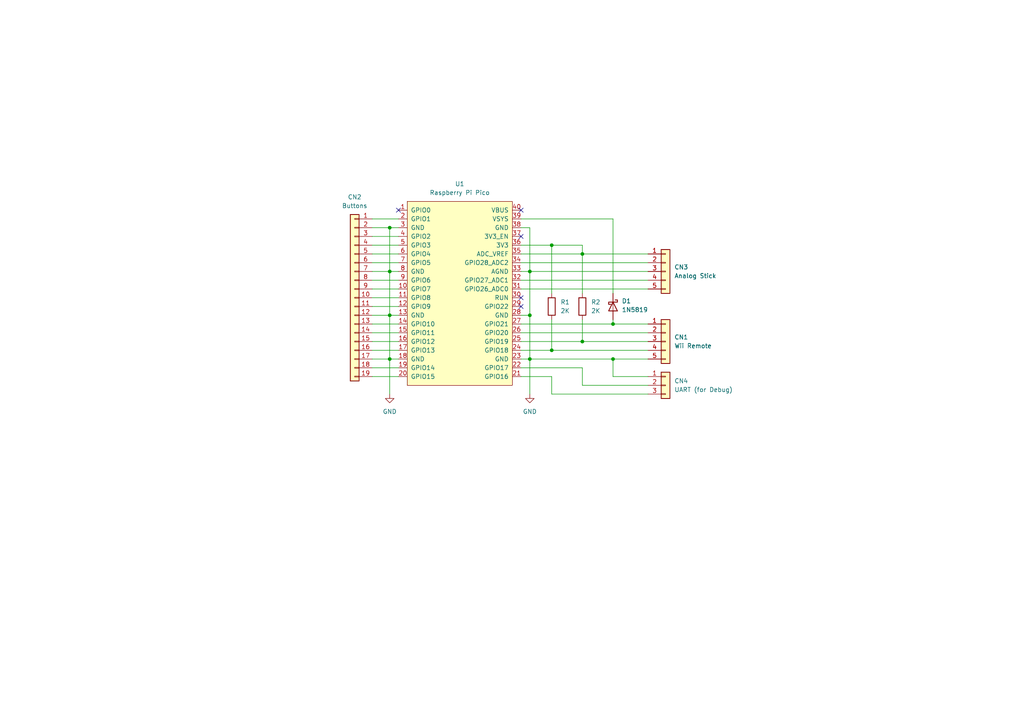
<source format=kicad_sch>
(kicad_sch (version 20211123) (generator eeschema)

  (uuid 7bb47925-5bd5-4b38-a112-5e1b28f61964)

  (paper "A4")

  (title_block
    (title "Classic Controller Pico")
    (date "2023-08-18")
    (rev "1")
    (company "T.T")
  )

  (lib_symbols
    (symbol "Connector_Generic:Conn_01x03" (pin_names (offset 1.016) hide) (in_bom yes) (on_board yes)
      (property "Reference" "J" (id 0) (at 0 5.08 0)
        (effects (font (size 1.27 1.27)))
      )
      (property "Value" "Conn_01x03" (id 1) (at 0 -5.08 0)
        (effects (font (size 1.27 1.27)))
      )
      (property "Footprint" "" (id 2) (at 0 0 0)
        (effects (font (size 1.27 1.27)) hide)
      )
      (property "Datasheet" "~" (id 3) (at 0 0 0)
        (effects (font (size 1.27 1.27)) hide)
      )
      (property "ki_keywords" "connector" (id 4) (at 0 0 0)
        (effects (font (size 1.27 1.27)) hide)
      )
      (property "ki_description" "Generic connector, single row, 01x03, script generated (kicad-library-utils/schlib/autogen/connector/)" (id 5) (at 0 0 0)
        (effects (font (size 1.27 1.27)) hide)
      )
      (property "ki_fp_filters" "Connector*:*_1x??_*" (id 6) (at 0 0 0)
        (effects (font (size 1.27 1.27)) hide)
      )
      (symbol "Conn_01x03_1_1"
        (rectangle (start -1.27 -2.413) (end 0 -2.667)
          (stroke (width 0.1524) (type default) (color 0 0 0 0))
          (fill (type none))
        )
        (rectangle (start -1.27 0.127) (end 0 -0.127)
          (stroke (width 0.1524) (type default) (color 0 0 0 0))
          (fill (type none))
        )
        (rectangle (start -1.27 2.667) (end 0 2.413)
          (stroke (width 0.1524) (type default) (color 0 0 0 0))
          (fill (type none))
        )
        (rectangle (start -1.27 3.81) (end 1.27 -3.81)
          (stroke (width 0.254) (type default) (color 0 0 0 0))
          (fill (type background))
        )
        (pin passive line (at -5.08 2.54 0) (length 3.81)
          (name "Pin_1" (effects (font (size 1.27 1.27))))
          (number "1" (effects (font (size 1.27 1.27))))
        )
        (pin passive line (at -5.08 0 0) (length 3.81)
          (name "Pin_2" (effects (font (size 1.27 1.27))))
          (number "2" (effects (font (size 1.27 1.27))))
        )
        (pin passive line (at -5.08 -2.54 0) (length 3.81)
          (name "Pin_3" (effects (font (size 1.27 1.27))))
          (number "3" (effects (font (size 1.27 1.27))))
        )
      )
    )
    (symbol "Connector_Generic:Conn_01x05" (pin_names (offset 1.016) hide) (in_bom yes) (on_board yes)
      (property "Reference" "J" (id 0) (at 0 7.62 0)
        (effects (font (size 1.27 1.27)))
      )
      (property "Value" "Conn_01x05" (id 1) (at 0 -7.62 0)
        (effects (font (size 1.27 1.27)))
      )
      (property "Footprint" "" (id 2) (at 0 0 0)
        (effects (font (size 1.27 1.27)) hide)
      )
      (property "Datasheet" "~" (id 3) (at 0 0 0)
        (effects (font (size 1.27 1.27)) hide)
      )
      (property "ki_keywords" "connector" (id 4) (at 0 0 0)
        (effects (font (size 1.27 1.27)) hide)
      )
      (property "ki_description" "Generic connector, single row, 01x05, script generated (kicad-library-utils/schlib/autogen/connector/)" (id 5) (at 0 0 0)
        (effects (font (size 1.27 1.27)) hide)
      )
      (property "ki_fp_filters" "Connector*:*_1x??_*" (id 6) (at 0 0 0)
        (effects (font (size 1.27 1.27)) hide)
      )
      (symbol "Conn_01x05_1_1"
        (rectangle (start -1.27 -4.953) (end 0 -5.207)
          (stroke (width 0.1524) (type default) (color 0 0 0 0))
          (fill (type none))
        )
        (rectangle (start -1.27 -2.413) (end 0 -2.667)
          (stroke (width 0.1524) (type default) (color 0 0 0 0))
          (fill (type none))
        )
        (rectangle (start -1.27 0.127) (end 0 -0.127)
          (stroke (width 0.1524) (type default) (color 0 0 0 0))
          (fill (type none))
        )
        (rectangle (start -1.27 2.667) (end 0 2.413)
          (stroke (width 0.1524) (type default) (color 0 0 0 0))
          (fill (type none))
        )
        (rectangle (start -1.27 5.207) (end 0 4.953)
          (stroke (width 0.1524) (type default) (color 0 0 0 0))
          (fill (type none))
        )
        (rectangle (start -1.27 6.35) (end 1.27 -6.35)
          (stroke (width 0.254) (type default) (color 0 0 0 0))
          (fill (type background))
        )
        (pin passive line (at -5.08 5.08 0) (length 3.81)
          (name "Pin_1" (effects (font (size 1.27 1.27))))
          (number "1" (effects (font (size 1.27 1.27))))
        )
        (pin passive line (at -5.08 2.54 0) (length 3.81)
          (name "Pin_2" (effects (font (size 1.27 1.27))))
          (number "2" (effects (font (size 1.27 1.27))))
        )
        (pin passive line (at -5.08 0 0) (length 3.81)
          (name "Pin_3" (effects (font (size 1.27 1.27))))
          (number "3" (effects (font (size 1.27 1.27))))
        )
        (pin passive line (at -5.08 -2.54 0) (length 3.81)
          (name "Pin_4" (effects (font (size 1.27 1.27))))
          (number "4" (effects (font (size 1.27 1.27))))
        )
        (pin passive line (at -5.08 -5.08 0) (length 3.81)
          (name "Pin_5" (effects (font (size 1.27 1.27))))
          (number "5" (effects (font (size 1.27 1.27))))
        )
      )
    )
    (symbol "Connector_Generic:Conn_01x19" (pin_names (offset 1.016) hide) (in_bom yes) (on_board yes)
      (property "Reference" "J" (id 0) (at 0 25.4 0)
        (effects (font (size 1.27 1.27)))
      )
      (property "Value" "Conn_01x19" (id 1) (at 0 -25.4 0)
        (effects (font (size 1.27 1.27)))
      )
      (property "Footprint" "" (id 2) (at 0 0 0)
        (effects (font (size 1.27 1.27)) hide)
      )
      (property "Datasheet" "~" (id 3) (at 0 0 0)
        (effects (font (size 1.27 1.27)) hide)
      )
      (property "ki_keywords" "connector" (id 4) (at 0 0 0)
        (effects (font (size 1.27 1.27)) hide)
      )
      (property "ki_description" "Generic connector, single row, 01x19, script generated (kicad-library-utils/schlib/autogen/connector/)" (id 5) (at 0 0 0)
        (effects (font (size 1.27 1.27)) hide)
      )
      (property "ki_fp_filters" "Connector*:*_1x??_*" (id 6) (at 0 0 0)
        (effects (font (size 1.27 1.27)) hide)
      )
      (symbol "Conn_01x19_1_1"
        (rectangle (start -1.27 -22.733) (end 0 -22.987)
          (stroke (width 0.1524) (type default) (color 0 0 0 0))
          (fill (type none))
        )
        (rectangle (start -1.27 -20.193) (end 0 -20.447)
          (stroke (width 0.1524) (type default) (color 0 0 0 0))
          (fill (type none))
        )
        (rectangle (start -1.27 -17.653) (end 0 -17.907)
          (stroke (width 0.1524) (type default) (color 0 0 0 0))
          (fill (type none))
        )
        (rectangle (start -1.27 -15.113) (end 0 -15.367)
          (stroke (width 0.1524) (type default) (color 0 0 0 0))
          (fill (type none))
        )
        (rectangle (start -1.27 -12.573) (end 0 -12.827)
          (stroke (width 0.1524) (type default) (color 0 0 0 0))
          (fill (type none))
        )
        (rectangle (start -1.27 -10.033) (end 0 -10.287)
          (stroke (width 0.1524) (type default) (color 0 0 0 0))
          (fill (type none))
        )
        (rectangle (start -1.27 -7.493) (end 0 -7.747)
          (stroke (width 0.1524) (type default) (color 0 0 0 0))
          (fill (type none))
        )
        (rectangle (start -1.27 -4.953) (end 0 -5.207)
          (stroke (width 0.1524) (type default) (color 0 0 0 0))
          (fill (type none))
        )
        (rectangle (start -1.27 -2.413) (end 0 -2.667)
          (stroke (width 0.1524) (type default) (color 0 0 0 0))
          (fill (type none))
        )
        (rectangle (start -1.27 0.127) (end 0 -0.127)
          (stroke (width 0.1524) (type default) (color 0 0 0 0))
          (fill (type none))
        )
        (rectangle (start -1.27 2.667) (end 0 2.413)
          (stroke (width 0.1524) (type default) (color 0 0 0 0))
          (fill (type none))
        )
        (rectangle (start -1.27 5.207) (end 0 4.953)
          (stroke (width 0.1524) (type default) (color 0 0 0 0))
          (fill (type none))
        )
        (rectangle (start -1.27 7.747) (end 0 7.493)
          (stroke (width 0.1524) (type default) (color 0 0 0 0))
          (fill (type none))
        )
        (rectangle (start -1.27 10.287) (end 0 10.033)
          (stroke (width 0.1524) (type default) (color 0 0 0 0))
          (fill (type none))
        )
        (rectangle (start -1.27 12.827) (end 0 12.573)
          (stroke (width 0.1524) (type default) (color 0 0 0 0))
          (fill (type none))
        )
        (rectangle (start -1.27 15.367) (end 0 15.113)
          (stroke (width 0.1524) (type default) (color 0 0 0 0))
          (fill (type none))
        )
        (rectangle (start -1.27 17.907) (end 0 17.653)
          (stroke (width 0.1524) (type default) (color 0 0 0 0))
          (fill (type none))
        )
        (rectangle (start -1.27 20.447) (end 0 20.193)
          (stroke (width 0.1524) (type default) (color 0 0 0 0))
          (fill (type none))
        )
        (rectangle (start -1.27 22.987) (end 0 22.733)
          (stroke (width 0.1524) (type default) (color 0 0 0 0))
          (fill (type none))
        )
        (rectangle (start -1.27 24.13) (end 1.27 -24.13)
          (stroke (width 0.254) (type default) (color 0 0 0 0))
          (fill (type background))
        )
        (pin passive line (at -5.08 22.86 0) (length 3.81)
          (name "Pin_1" (effects (font (size 1.27 1.27))))
          (number "1" (effects (font (size 1.27 1.27))))
        )
        (pin passive line (at -5.08 0 0) (length 3.81)
          (name "Pin_10" (effects (font (size 1.27 1.27))))
          (number "10" (effects (font (size 1.27 1.27))))
        )
        (pin passive line (at -5.08 -2.54 0) (length 3.81)
          (name "Pin_11" (effects (font (size 1.27 1.27))))
          (number "11" (effects (font (size 1.27 1.27))))
        )
        (pin passive line (at -5.08 -5.08 0) (length 3.81)
          (name "Pin_12" (effects (font (size 1.27 1.27))))
          (number "12" (effects (font (size 1.27 1.27))))
        )
        (pin passive line (at -5.08 -7.62 0) (length 3.81)
          (name "Pin_13" (effects (font (size 1.27 1.27))))
          (number "13" (effects (font (size 1.27 1.27))))
        )
        (pin passive line (at -5.08 -10.16 0) (length 3.81)
          (name "Pin_14" (effects (font (size 1.27 1.27))))
          (number "14" (effects (font (size 1.27 1.27))))
        )
        (pin passive line (at -5.08 -12.7 0) (length 3.81)
          (name "Pin_15" (effects (font (size 1.27 1.27))))
          (number "15" (effects (font (size 1.27 1.27))))
        )
        (pin passive line (at -5.08 -15.24 0) (length 3.81)
          (name "Pin_16" (effects (font (size 1.27 1.27))))
          (number "16" (effects (font (size 1.27 1.27))))
        )
        (pin passive line (at -5.08 -17.78 0) (length 3.81)
          (name "Pin_17" (effects (font (size 1.27 1.27))))
          (number "17" (effects (font (size 1.27 1.27))))
        )
        (pin passive line (at -5.08 -20.32 0) (length 3.81)
          (name "Pin_18" (effects (font (size 1.27 1.27))))
          (number "18" (effects (font (size 1.27 1.27))))
        )
        (pin passive line (at -5.08 -22.86 0) (length 3.81)
          (name "Pin_19" (effects (font (size 1.27 1.27))))
          (number "19" (effects (font (size 1.27 1.27))))
        )
        (pin passive line (at -5.08 20.32 0) (length 3.81)
          (name "Pin_2" (effects (font (size 1.27 1.27))))
          (number "2" (effects (font (size 1.27 1.27))))
        )
        (pin passive line (at -5.08 17.78 0) (length 3.81)
          (name "Pin_3" (effects (font (size 1.27 1.27))))
          (number "3" (effects (font (size 1.27 1.27))))
        )
        (pin passive line (at -5.08 15.24 0) (length 3.81)
          (name "Pin_4" (effects (font (size 1.27 1.27))))
          (number "4" (effects (font (size 1.27 1.27))))
        )
        (pin passive line (at -5.08 12.7 0) (length 3.81)
          (name "Pin_5" (effects (font (size 1.27 1.27))))
          (number "5" (effects (font (size 1.27 1.27))))
        )
        (pin passive line (at -5.08 10.16 0) (length 3.81)
          (name "Pin_6" (effects (font (size 1.27 1.27))))
          (number "6" (effects (font (size 1.27 1.27))))
        )
        (pin passive line (at -5.08 7.62 0) (length 3.81)
          (name "Pin_7" (effects (font (size 1.27 1.27))))
          (number "7" (effects (font (size 1.27 1.27))))
        )
        (pin passive line (at -5.08 5.08 0) (length 3.81)
          (name "Pin_8" (effects (font (size 1.27 1.27))))
          (number "8" (effects (font (size 1.27 1.27))))
        )
        (pin passive line (at -5.08 2.54 0) (length 3.81)
          (name "Pin_9" (effects (font (size 1.27 1.27))))
          (number "9" (effects (font (size 1.27 1.27))))
        )
      )
    )
    (symbol "Device:R" (pin_numbers hide) (pin_names (offset 0)) (in_bom yes) (on_board yes)
      (property "Reference" "R" (id 0) (at 2.032 0 90)
        (effects (font (size 1.27 1.27)))
      )
      (property "Value" "R" (id 1) (at 0 0 90)
        (effects (font (size 1.27 1.27)))
      )
      (property "Footprint" "" (id 2) (at -1.778 0 90)
        (effects (font (size 1.27 1.27)) hide)
      )
      (property "Datasheet" "~" (id 3) (at 0 0 0)
        (effects (font (size 1.27 1.27)) hide)
      )
      (property "ki_keywords" "R res resistor" (id 4) (at 0 0 0)
        (effects (font (size 1.27 1.27)) hide)
      )
      (property "ki_description" "Resistor" (id 5) (at 0 0 0)
        (effects (font (size 1.27 1.27)) hide)
      )
      (property "ki_fp_filters" "R_*" (id 6) (at 0 0 0)
        (effects (font (size 1.27 1.27)) hide)
      )
      (symbol "R_0_1"
        (rectangle (start -1.016 -2.54) (end 1.016 2.54)
          (stroke (width 0.254) (type default) (color 0 0 0 0))
          (fill (type none))
        )
      )
      (symbol "R_1_1"
        (pin passive line (at 0 3.81 270) (length 1.27)
          (name "~" (effects (font (size 1.27 1.27))))
          (number "1" (effects (font (size 1.27 1.27))))
        )
        (pin passive line (at 0 -3.81 90) (length 1.27)
          (name "~" (effects (font (size 1.27 1.27))))
          (number "2" (effects (font (size 1.27 1.27))))
        )
      )
    )
    (symbol "Diode:1N5819" (pin_numbers hide) (pin_names (offset 1.016) hide) (in_bom yes) (on_board yes)
      (property "Reference" "D" (id 0) (at 0 2.54 0)
        (effects (font (size 1.27 1.27)))
      )
      (property "Value" "1N5819" (id 1) (at 0 -2.54 0)
        (effects (font (size 1.27 1.27)))
      )
      (property "Footprint" "Diode_THT:D_DO-41_SOD81_P10.16mm_Horizontal" (id 2) (at 0 -4.445 0)
        (effects (font (size 1.27 1.27)) hide)
      )
      (property "Datasheet" "http://www.vishay.com/docs/88525/1n5817.pdf" (id 3) (at 0 0 0)
        (effects (font (size 1.27 1.27)) hide)
      )
      (property "ki_keywords" "diode Schottky" (id 4) (at 0 0 0)
        (effects (font (size 1.27 1.27)) hide)
      )
      (property "ki_description" "40V 1A Schottky Barrier Rectifier Diode, DO-41" (id 5) (at 0 0 0)
        (effects (font (size 1.27 1.27)) hide)
      )
      (property "ki_fp_filters" "D*DO?41*" (id 6) (at 0 0 0)
        (effects (font (size 1.27 1.27)) hide)
      )
      (symbol "1N5819_0_1"
        (polyline
          (pts
            (xy 1.27 0)
            (xy -1.27 0)
          )
          (stroke (width 0) (type default) (color 0 0 0 0))
          (fill (type none))
        )
        (polyline
          (pts
            (xy 1.27 1.27)
            (xy 1.27 -1.27)
            (xy -1.27 0)
            (xy 1.27 1.27)
          )
          (stroke (width 0.254) (type default) (color 0 0 0 0))
          (fill (type none))
        )
        (polyline
          (pts
            (xy -1.905 0.635)
            (xy -1.905 1.27)
            (xy -1.27 1.27)
            (xy -1.27 -1.27)
            (xy -0.635 -1.27)
            (xy -0.635 -0.635)
          )
          (stroke (width 0.254) (type default) (color 0 0 0 0))
          (fill (type none))
        )
      )
      (symbol "1N5819_1_1"
        (pin passive line (at -3.81 0 0) (length 2.54)
          (name "K" (effects (font (size 1.27 1.27))))
          (number "1" (effects (font (size 1.27 1.27))))
        )
        (pin passive line (at 3.81 0 180) (length 2.54)
          (name "A" (effects (font (size 1.27 1.27))))
          (number "2" (effects (font (size 1.27 1.27))))
        )
      )
    )
    (symbol "Library:Raspberry Pi Pico" (pin_names (offset 1.016)) (in_bom yes) (on_board yes)
      (property "Reference" "U" (id 0) (at 0 30.48 0)
        (effects (font (size 1.27 1.27)))
      )
      (property "Value" "Raspberry Pi Pico" (id 1) (at 0 27.94 0)
        (effects (font (size 1.27 1.27)))
      )
      (property "Footprint" "Library:RPi_Pico_SMD_TH" (id 2) (at 0 0 90)
        (effects (font (size 1.27 1.27)) hide)
      )
      (property "Datasheet" "" (id 3) (at 0 0 0)
        (effects (font (size 1.27 1.27)) hide)
      )
      (symbol "Raspberry Pi Pico_0_1"
        (rectangle (start -15.24 26.67) (end 15.24 -26.67)
          (stroke (width 0) (type default) (color 0 0 0 0))
          (fill (type background))
        )
      )
      (symbol "Raspberry Pi Pico_1_1"
        (pin bidirectional line (at -17.78 24.13 0) (length 2.54)
          (name "GPIO0" (effects (font (size 1.27 1.27))))
          (number "1" (effects (font (size 1.27 1.27))))
        )
        (pin bidirectional line (at -17.78 1.27 0) (length 2.54)
          (name "GPIO7" (effects (font (size 1.27 1.27))))
          (number "10" (effects (font (size 1.27 1.27))))
        )
        (pin bidirectional line (at -17.78 -1.27 0) (length 2.54)
          (name "GPIO8" (effects (font (size 1.27 1.27))))
          (number "11" (effects (font (size 1.27 1.27))))
        )
        (pin bidirectional line (at -17.78 -3.81 0) (length 2.54)
          (name "GPIO9" (effects (font (size 1.27 1.27))))
          (number "12" (effects (font (size 1.27 1.27))))
        )
        (pin power_in line (at -17.78 -6.35 0) (length 2.54)
          (name "GND" (effects (font (size 1.27 1.27))))
          (number "13" (effects (font (size 1.27 1.27))))
        )
        (pin bidirectional line (at -17.78 -8.89 0) (length 2.54)
          (name "GPIO10" (effects (font (size 1.27 1.27))))
          (number "14" (effects (font (size 1.27 1.27))))
        )
        (pin bidirectional line (at -17.78 -11.43 0) (length 2.54)
          (name "GPIO11" (effects (font (size 1.27 1.27))))
          (number "15" (effects (font (size 1.27 1.27))))
        )
        (pin bidirectional line (at -17.78 -13.97 0) (length 2.54)
          (name "GPIO12" (effects (font (size 1.27 1.27))))
          (number "16" (effects (font (size 1.27 1.27))))
        )
        (pin bidirectional line (at -17.78 -16.51 0) (length 2.54)
          (name "GPIO13" (effects (font (size 1.27 1.27))))
          (number "17" (effects (font (size 1.27 1.27))))
        )
        (pin power_in line (at -17.78 -19.05 0) (length 2.54)
          (name "GND" (effects (font (size 1.27 1.27))))
          (number "18" (effects (font (size 1.27 1.27))))
        )
        (pin bidirectional line (at -17.78 -21.59 0) (length 2.54)
          (name "GPIO14" (effects (font (size 1.27 1.27))))
          (number "19" (effects (font (size 1.27 1.27))))
        )
        (pin bidirectional line (at -17.78 21.59 0) (length 2.54)
          (name "GPIO1" (effects (font (size 1.27 1.27))))
          (number "2" (effects (font (size 1.27 1.27))))
        )
        (pin bidirectional line (at -17.78 -24.13 0) (length 2.54)
          (name "GPIO15" (effects (font (size 1.27 1.27))))
          (number "20" (effects (font (size 1.27 1.27))))
        )
        (pin bidirectional line (at 17.78 -24.13 180) (length 2.54)
          (name "GPIO16" (effects (font (size 1.27 1.27))))
          (number "21" (effects (font (size 1.27 1.27))))
        )
        (pin bidirectional line (at 17.78 -21.59 180) (length 2.54)
          (name "GPIO17" (effects (font (size 1.27 1.27))))
          (number "22" (effects (font (size 1.27 1.27))))
        )
        (pin power_in line (at 17.78 -19.05 180) (length 2.54)
          (name "GND" (effects (font (size 1.27 1.27))))
          (number "23" (effects (font (size 1.27 1.27))))
        )
        (pin bidirectional line (at 17.78 -16.51 180) (length 2.54)
          (name "GPIO18" (effects (font (size 1.27 1.27))))
          (number "24" (effects (font (size 1.27 1.27))))
        )
        (pin bidirectional line (at 17.78 -13.97 180) (length 2.54)
          (name "GPIO19" (effects (font (size 1.27 1.27))))
          (number "25" (effects (font (size 1.27 1.27))))
        )
        (pin bidirectional line (at 17.78 -11.43 180) (length 2.54)
          (name "GPIO20" (effects (font (size 1.27 1.27))))
          (number "26" (effects (font (size 1.27 1.27))))
        )
        (pin bidirectional line (at 17.78 -8.89 180) (length 2.54)
          (name "GPIO21" (effects (font (size 1.27 1.27))))
          (number "27" (effects (font (size 1.27 1.27))))
        )
        (pin power_in line (at 17.78 -6.35 180) (length 2.54)
          (name "GND" (effects (font (size 1.27 1.27))))
          (number "28" (effects (font (size 1.27 1.27))))
        )
        (pin bidirectional line (at 17.78 -3.81 180) (length 2.54)
          (name "GPIO22" (effects (font (size 1.27 1.27))))
          (number "29" (effects (font (size 1.27 1.27))))
        )
        (pin power_in line (at -17.78 19.05 0) (length 2.54)
          (name "GND" (effects (font (size 1.27 1.27))))
          (number "3" (effects (font (size 1.27 1.27))))
        )
        (pin input line (at 17.78 -1.27 180) (length 2.54)
          (name "RUN" (effects (font (size 1.27 1.27))))
          (number "30" (effects (font (size 1.27 1.27))))
        )
        (pin bidirectional line (at 17.78 1.27 180) (length 2.54)
          (name "GPIO26_ADC0" (effects (font (size 1.27 1.27))))
          (number "31" (effects (font (size 1.27 1.27))))
        )
        (pin bidirectional line (at 17.78 3.81 180) (length 2.54)
          (name "GPIO27_ADC1" (effects (font (size 1.27 1.27))))
          (number "32" (effects (font (size 1.27 1.27))))
        )
        (pin power_in line (at 17.78 6.35 180) (length 2.54)
          (name "AGND" (effects (font (size 1.27 1.27))))
          (number "33" (effects (font (size 1.27 1.27))))
        )
        (pin bidirectional line (at 17.78 8.89 180) (length 2.54)
          (name "GPIO28_ADC2" (effects (font (size 1.27 1.27))))
          (number "34" (effects (font (size 1.27 1.27))))
        )
        (pin power_in line (at 17.78 11.43 180) (length 2.54)
          (name "ADC_VREF" (effects (font (size 1.27 1.27))))
          (number "35" (effects (font (size 1.27 1.27))))
        )
        (pin power_out line (at 17.78 13.97 180) (length 2.54)
          (name "3V3" (effects (font (size 1.27 1.27))))
          (number "36" (effects (font (size 1.27 1.27))))
        )
        (pin input line (at 17.78 16.51 180) (length 2.54)
          (name "3V3_EN" (effects (font (size 1.27 1.27))))
          (number "37" (effects (font (size 1.27 1.27))))
        )
        (pin power_out line (at 17.78 19.05 180) (length 2.54)
          (name "GND" (effects (font (size 1.27 1.27))))
          (number "38" (effects (font (size 1.27 1.27))))
        )
        (pin power_out line (at 17.78 21.59 180) (length 2.54)
          (name "VSYS" (effects (font (size 1.27 1.27))))
          (number "39" (effects (font (size 1.27 1.27))))
        )
        (pin bidirectional line (at -17.78 16.51 0) (length 2.54)
          (name "GPIO2" (effects (font (size 1.27 1.27))))
          (number "4" (effects (font (size 1.27 1.27))))
        )
        (pin power_out line (at 17.78 24.13 180) (length 2.54)
          (name "VBUS" (effects (font (size 1.27 1.27))))
          (number "40" (effects (font (size 1.27 1.27))))
        )
        (pin bidirectional line (at -17.78 13.97 0) (length 2.54)
          (name "GPIO3" (effects (font (size 1.27 1.27))))
          (number "5" (effects (font (size 1.27 1.27))))
        )
        (pin bidirectional line (at -17.78 11.43 0) (length 2.54)
          (name "GPIO4" (effects (font (size 1.27 1.27))))
          (number "6" (effects (font (size 1.27 1.27))))
        )
        (pin bidirectional line (at -17.78 8.89 0) (length 2.54)
          (name "GPIO5" (effects (font (size 1.27 1.27))))
          (number "7" (effects (font (size 1.27 1.27))))
        )
        (pin power_in line (at -17.78 6.35 0) (length 2.54)
          (name "GND" (effects (font (size 1.27 1.27))))
          (number "8" (effects (font (size 1.27 1.27))))
        )
        (pin bidirectional line (at -17.78 3.81 0) (length 2.54)
          (name "GPIO6" (effects (font (size 1.27 1.27))))
          (number "9" (effects (font (size 1.27 1.27))))
        )
      )
    )
    (symbol "power:GND" (power) (pin_names (offset 0)) (in_bom yes) (on_board yes)
      (property "Reference" "#PWR" (id 0) (at 0 -6.35 0)
        (effects (font (size 1.27 1.27)) hide)
      )
      (property "Value" "GND" (id 1) (at 0 -3.81 0)
        (effects (font (size 1.27 1.27)))
      )
      (property "Footprint" "" (id 2) (at 0 0 0)
        (effects (font (size 1.27 1.27)) hide)
      )
      (property "Datasheet" "" (id 3) (at 0 0 0)
        (effects (font (size 1.27 1.27)) hide)
      )
      (property "ki_keywords" "global power" (id 4) (at 0 0 0)
        (effects (font (size 1.27 1.27)) hide)
      )
      (property "ki_description" "Power symbol creates a global label with name \"GND\" , ground" (id 5) (at 0 0 0)
        (effects (font (size 1.27 1.27)) hide)
      )
      (symbol "GND_0_1"
        (polyline
          (pts
            (xy 0 0)
            (xy 0 -1.27)
            (xy 1.27 -1.27)
            (xy 0 -2.54)
            (xy -1.27 -1.27)
            (xy 0 -1.27)
          )
          (stroke (width 0) (type default) (color 0 0 0 0))
          (fill (type none))
        )
      )
      (symbol "GND_1_1"
        (pin power_in line (at 0 0 270) (length 0) hide
          (name "GND" (effects (font (size 1.27 1.27))))
          (number "1" (effects (font (size 1.27 1.27))))
        )
      )
    )
  )

  (junction (at 168.91 73.66) (diameter 0) (color 0 0 0 0)
    (uuid 1b749cff-d172-452f-8739-08db1d66a392)
  )
  (junction (at 177.8 104.14) (diameter 0) (color 0 0 0 0)
    (uuid 1c05549a-639f-47df-a5ea-c5fbda13601a)
  )
  (junction (at 168.91 99.06) (diameter 0) (color 0 0 0 0)
    (uuid 1db40a7e-f63f-4b4e-8b05-23b94edf4176)
  )
  (junction (at 160.02 101.6) (diameter 0) (color 0 0 0 0)
    (uuid 27d6ff53-1065-409c-a1fd-f23329a0117e)
  )
  (junction (at 153.67 91.44) (diameter 0) (color 0 0 0 0)
    (uuid 312ac607-dc59-45c6-b9f3-3557e6814537)
  )
  (junction (at 160.02 71.12) (diameter 0) (color 0 0 0 0)
    (uuid 54f7b6fe-4b33-4d1e-88a8-647d79a3427b)
  )
  (junction (at 153.67 78.74) (diameter 0) (color 0 0 0 0)
    (uuid 8d95cc10-db7f-4902-82b3-a7448960d9ee)
  )
  (junction (at 177.8 93.98) (diameter 0) (color 0 0 0 0)
    (uuid 906bb7a2-247f-479d-ba75-2334eaba6eaa)
  )
  (junction (at 113.03 104.14) (diameter 0) (color 0 0 0 0)
    (uuid a264c711-80ee-4ecb-93ed-fcea5dbe7783)
  )
  (junction (at 113.03 91.44) (diameter 0) (color 0 0 0 0)
    (uuid a69974ff-01d8-438f-bc6c-e8e8736587ad)
  )
  (junction (at 113.03 66.04) (diameter 0) (color 0 0 0 0)
    (uuid da2d876e-cedc-46f5-b039-2f4905c55622)
  )
  (junction (at 113.03 78.74) (diameter 0) (color 0 0 0 0)
    (uuid e60ea14a-5891-47d4-921e-5422dd0cee06)
  )
  (junction (at 153.67 104.14) (diameter 0) (color 0 0 0 0)
    (uuid fca27407-dfc8-4271-b468-f41aac121cbf)
  )

  (no_connect (at 151.13 86.36) (uuid 1bd4c6c6-939a-4b62-b3cf-7f6138afc04e))
  (no_connect (at 151.13 88.9) (uuid 575f8ef3-4b67-4a30-a1c8-085d53d9ccbe))
  (no_connect (at 151.13 60.96) (uuid a57fe1d0-14d5-4c85-8cb1-7efa21d4b382))
  (no_connect (at 151.13 68.58) (uuid af156ccf-e723-40af-9382-c6a33ed4d78d))
  (no_connect (at 115.57 60.96) (uuid e02f58a4-2584-430e-807f-e5333ec40758))

  (wire (pts (xy 168.91 111.76) (xy 187.96 111.76))
    (stroke (width 0) (type default) (color 0 0 0 0))
    (uuid 03aa60ff-4441-4926-95e3-f0835cee4ab1)
  )
  (wire (pts (xy 168.91 73.66) (xy 168.91 85.09))
    (stroke (width 0) (type default) (color 0 0 0 0))
    (uuid 05672b9f-bb1f-4cd0-85fb-ed29b12ed709)
  )
  (wire (pts (xy 168.91 106.68) (xy 168.91 111.76))
    (stroke (width 0) (type default) (color 0 0 0 0))
    (uuid 0d57cb83-3a21-4952-b21c-6ce75f890ee5)
  )
  (wire (pts (xy 151.13 93.98) (xy 177.8 93.98))
    (stroke (width 0) (type default) (color 0 0 0 0))
    (uuid 11d4c12c-df67-4728-bd7b-006da596f738)
  )
  (wire (pts (xy 107.95 88.9) (xy 115.57 88.9))
    (stroke (width 0) (type default) (color 0 0 0 0))
    (uuid 136613f5-e847-4c09-97f6-5a99300efb3b)
  )
  (wire (pts (xy 177.8 109.22) (xy 187.96 109.22))
    (stroke (width 0) (type default) (color 0 0 0 0))
    (uuid 191a185c-58ea-4fd3-be8f-f6e6fae31f70)
  )
  (wire (pts (xy 160.02 92.71) (xy 160.02 101.6))
    (stroke (width 0) (type default) (color 0 0 0 0))
    (uuid 1d910c88-3768-4be0-9600-cf719f00efc5)
  )
  (wire (pts (xy 113.03 104.14) (xy 113.03 114.3))
    (stroke (width 0) (type default) (color 0 0 0 0))
    (uuid 1ef60522-1413-4148-9e1b-be66a8285584)
  )
  (wire (pts (xy 107.95 96.52) (xy 115.57 96.52))
    (stroke (width 0) (type default) (color 0 0 0 0))
    (uuid 21482e7e-b4d4-4d96-87c7-56507cde4919)
  )
  (wire (pts (xy 177.8 104.14) (xy 177.8 109.22))
    (stroke (width 0) (type default) (color 0 0 0 0))
    (uuid 220a4c36-99b0-494d-bbfc-d3b02f059fdb)
  )
  (wire (pts (xy 151.13 73.66) (xy 168.91 73.66))
    (stroke (width 0) (type default) (color 0 0 0 0))
    (uuid 23adea52-163a-4ea3-8f6b-3e6f57c1043b)
  )
  (wire (pts (xy 160.02 114.3) (xy 187.96 114.3))
    (stroke (width 0) (type default) (color 0 0 0 0))
    (uuid 276f973e-5482-47d6-b953-4f225f05488e)
  )
  (wire (pts (xy 107.95 91.44) (xy 113.03 91.44))
    (stroke (width 0) (type default) (color 0 0 0 0))
    (uuid 2929d814-9dbb-476d-8d9b-ff96656b5cd8)
  )
  (wire (pts (xy 107.95 93.98) (xy 115.57 93.98))
    (stroke (width 0) (type default) (color 0 0 0 0))
    (uuid 30086f8b-cbf9-4fbd-80cf-4515b5e5d0db)
  )
  (wire (pts (xy 168.91 92.71) (xy 168.91 99.06))
    (stroke (width 0) (type default) (color 0 0 0 0))
    (uuid 331d754c-9ad3-4e62-980d-cb396105c988)
  )
  (wire (pts (xy 107.95 83.82) (xy 115.57 83.82))
    (stroke (width 0) (type default) (color 0 0 0 0))
    (uuid 33f945ab-229d-4556-a19e-d09d966b5681)
  )
  (wire (pts (xy 113.03 78.74) (xy 113.03 91.44))
    (stroke (width 0) (type default) (color 0 0 0 0))
    (uuid 34be194b-7971-46d4-be3b-6c1198b4b473)
  )
  (wire (pts (xy 153.67 91.44) (xy 153.67 104.14))
    (stroke (width 0) (type default) (color 0 0 0 0))
    (uuid 34ff165c-83e3-479f-8884-db1946f25095)
  )
  (wire (pts (xy 151.13 66.04) (xy 153.67 66.04))
    (stroke (width 0) (type default) (color 0 0 0 0))
    (uuid 3dd1b8e6-b8e9-446b-b68b-c1f816691801)
  )
  (wire (pts (xy 107.95 101.6) (xy 115.57 101.6))
    (stroke (width 0) (type default) (color 0 0 0 0))
    (uuid 3ed74c9b-2145-4169-a3aa-6967f0948dae)
  )
  (wire (pts (xy 151.13 78.74) (xy 153.67 78.74))
    (stroke (width 0) (type default) (color 0 0 0 0))
    (uuid 422486b1-e068-45ff-a6af-23fe73463ef2)
  )
  (wire (pts (xy 107.95 68.58) (xy 115.57 68.58))
    (stroke (width 0) (type default) (color 0 0 0 0))
    (uuid 4b94e69d-af3f-478d-b595-7e4d428b4f0e)
  )
  (wire (pts (xy 151.13 76.2) (xy 187.96 76.2))
    (stroke (width 0) (type default) (color 0 0 0 0))
    (uuid 4f38c21f-c6f8-48c8-a024-6036d64bc08c)
  )
  (wire (pts (xy 177.8 92.71) (xy 177.8 93.98))
    (stroke (width 0) (type default) (color 0 0 0 0))
    (uuid 530c40c1-77f4-4499-afa6-3d9f7fc44f7a)
  )
  (wire (pts (xy 151.13 109.22) (xy 160.02 109.22))
    (stroke (width 0) (type default) (color 0 0 0 0))
    (uuid 60ffcbab-6dc0-4224-bd38-51441afaa832)
  )
  (wire (pts (xy 151.13 101.6) (xy 160.02 101.6))
    (stroke (width 0) (type default) (color 0 0 0 0))
    (uuid 625104a2-378a-46fc-b870-f15d1af1cafb)
  )
  (wire (pts (xy 177.8 93.98) (xy 187.96 93.98))
    (stroke (width 0) (type default) (color 0 0 0 0))
    (uuid 658091a5-537e-4eb7-806a-e277f1344deb)
  )
  (wire (pts (xy 160.02 109.22) (xy 160.02 114.3))
    (stroke (width 0) (type default) (color 0 0 0 0))
    (uuid 6670e3e3-1885-4c8c-8fcf-4e9926613e1d)
  )
  (wire (pts (xy 107.95 73.66) (xy 115.57 73.66))
    (stroke (width 0) (type default) (color 0 0 0 0))
    (uuid 6e3eeaf4-41a0-4a44-8d0e-f3d949189d3e)
  )
  (wire (pts (xy 107.95 109.22) (xy 115.57 109.22))
    (stroke (width 0) (type default) (color 0 0 0 0))
    (uuid 79566de4-f70e-44f4-a0e6-2403284d43b5)
  )
  (wire (pts (xy 113.03 78.74) (xy 115.57 78.74))
    (stroke (width 0) (type default) (color 0 0 0 0))
    (uuid 79b8eaef-de91-41a7-a73e-f9e35e83e940)
  )
  (wire (pts (xy 153.67 78.74) (xy 187.96 78.74))
    (stroke (width 0) (type default) (color 0 0 0 0))
    (uuid 7e37b839-85e3-4014-b317-1ae08ec14286)
  )
  (wire (pts (xy 107.95 76.2) (xy 115.57 76.2))
    (stroke (width 0) (type default) (color 0 0 0 0))
    (uuid 8127d92d-846a-4033-8c4c-92760894500d)
  )
  (wire (pts (xy 107.95 99.06) (xy 115.57 99.06))
    (stroke (width 0) (type default) (color 0 0 0 0))
    (uuid 899400b7-bce3-4f30-af15-9382c40305c4)
  )
  (wire (pts (xy 168.91 71.12) (xy 168.91 73.66))
    (stroke (width 0) (type default) (color 0 0 0 0))
    (uuid 8b16952b-46cf-4e4b-bcb0-73223713b7a2)
  )
  (wire (pts (xy 107.95 81.28) (xy 115.57 81.28))
    (stroke (width 0) (type default) (color 0 0 0 0))
    (uuid 8ca07678-340e-480d-b923-a98bd690cde2)
  )
  (wire (pts (xy 168.91 99.06) (xy 187.96 99.06))
    (stroke (width 0) (type default) (color 0 0 0 0))
    (uuid 8e200a7f-fc1e-47ef-afa6-525dcb1c7d64)
  )
  (wire (pts (xy 113.03 66.04) (xy 115.57 66.04))
    (stroke (width 0) (type default) (color 0 0 0 0))
    (uuid 90042a06-a58f-40a9-b304-3db12ddca91b)
  )
  (wire (pts (xy 107.95 63.5) (xy 115.57 63.5))
    (stroke (width 0) (type default) (color 0 0 0 0))
    (uuid 90a42c7d-ab43-4250-9e0c-fbd4341b5bb1)
  )
  (wire (pts (xy 153.67 66.04) (xy 153.67 78.74))
    (stroke (width 0) (type default) (color 0 0 0 0))
    (uuid 92f6ed38-830f-43f7-a5bf-26639ab98c9a)
  )
  (wire (pts (xy 107.95 71.12) (xy 115.57 71.12))
    (stroke (width 0) (type default) (color 0 0 0 0))
    (uuid 9c279bbd-1b6d-462a-9f8b-1c9a61943b9a)
  )
  (wire (pts (xy 177.8 104.14) (xy 187.96 104.14))
    (stroke (width 0) (type default) (color 0 0 0 0))
    (uuid 9cd1c2d5-f1b2-4cfe-8222-8e19439b56e8)
  )
  (wire (pts (xy 107.95 104.14) (xy 113.03 104.14))
    (stroke (width 0) (type default) (color 0 0 0 0))
    (uuid a673e773-30a4-4891-a99b-d238756b0c1f)
  )
  (wire (pts (xy 153.67 104.14) (xy 177.8 104.14))
    (stroke (width 0) (type default) (color 0 0 0 0))
    (uuid abd5c0aa-b0f1-4d9c-ba68-1b9bccbab093)
  )
  (wire (pts (xy 168.91 73.66) (xy 187.96 73.66))
    (stroke (width 0) (type default) (color 0 0 0 0))
    (uuid adc8c180-a9b0-4f1e-85a1-da9f1b529a8f)
  )
  (wire (pts (xy 151.13 71.12) (xy 160.02 71.12))
    (stroke (width 0) (type default) (color 0 0 0 0))
    (uuid b66e7794-cc26-4396-a848-c2abf8a1553e)
  )
  (wire (pts (xy 113.03 91.44) (xy 115.57 91.44))
    (stroke (width 0) (type default) (color 0 0 0 0))
    (uuid b689aa21-5708-482b-825b-bfd983a030fa)
  )
  (wire (pts (xy 151.13 96.52) (xy 187.96 96.52))
    (stroke (width 0) (type default) (color 0 0 0 0))
    (uuid b912c982-60f8-4888-872d-d058761044b6)
  )
  (wire (pts (xy 107.95 66.04) (xy 113.03 66.04))
    (stroke (width 0) (type default) (color 0 0 0 0))
    (uuid c2350952-99df-4612-ae32-a8cb931902a5)
  )
  (wire (pts (xy 107.95 86.36) (xy 115.57 86.36))
    (stroke (width 0) (type default) (color 0 0 0 0))
    (uuid c312d4f7-7639-45ca-910f-8fa317e03541)
  )
  (wire (pts (xy 113.03 91.44) (xy 113.03 104.14))
    (stroke (width 0) (type default) (color 0 0 0 0))
    (uuid c801253b-932a-41b1-a4df-cf5732ffc54d)
  )
  (wire (pts (xy 151.13 91.44) (xy 153.67 91.44))
    (stroke (width 0) (type default) (color 0 0 0 0))
    (uuid ccee75e4-ce22-4004-bf58-cb4ac019227c)
  )
  (wire (pts (xy 113.03 104.14) (xy 115.57 104.14))
    (stroke (width 0) (type default) (color 0 0 0 0))
    (uuid cd1aa958-58a1-4190-9044-526e35d12a8a)
  )
  (wire (pts (xy 160.02 71.12) (xy 168.91 71.12))
    (stroke (width 0) (type default) (color 0 0 0 0))
    (uuid d13c00eb-fe20-41bc-9b1d-9a466ef261ff)
  )
  (wire (pts (xy 113.03 66.04) (xy 113.03 78.74))
    (stroke (width 0) (type default) (color 0 0 0 0))
    (uuid d462a898-eae0-45c9-b11e-4b7e94b02171)
  )
  (wire (pts (xy 153.67 104.14) (xy 153.67 114.3))
    (stroke (width 0) (type default) (color 0 0 0 0))
    (uuid d507a995-7d98-4a97-96f3-4069d1ded735)
  )
  (wire (pts (xy 151.13 99.06) (xy 168.91 99.06))
    (stroke (width 0) (type default) (color 0 0 0 0))
    (uuid d708cc1b-0477-4af3-83f3-ce4bdb647bdd)
  )
  (wire (pts (xy 160.02 71.12) (xy 160.02 85.09))
    (stroke (width 0) (type default) (color 0 0 0 0))
    (uuid e009c90e-ca37-463a-a20c-b855a5438a97)
  )
  (wire (pts (xy 153.67 78.74) (xy 153.67 91.44))
    (stroke (width 0) (type default) (color 0 0 0 0))
    (uuid e1f77f0d-5f91-4dc6-9afe-3704a3779907)
  )
  (wire (pts (xy 177.8 63.5) (xy 177.8 85.09))
    (stroke (width 0) (type default) (color 0 0 0 0))
    (uuid e7beecef-7946-407d-a83d-0480c3ad090a)
  )
  (wire (pts (xy 151.13 104.14) (xy 153.67 104.14))
    (stroke (width 0) (type default) (color 0 0 0 0))
    (uuid ede0c213-2ca3-4b79-9cbc-4495349dad93)
  )
  (wire (pts (xy 107.95 78.74) (xy 113.03 78.74))
    (stroke (width 0) (type default) (color 0 0 0 0))
    (uuid f0ced126-9e79-4b8a-87f4-b15e83f2edba)
  )
  (wire (pts (xy 151.13 83.82) (xy 187.96 83.82))
    (stroke (width 0) (type default) (color 0 0 0 0))
    (uuid f1891daf-8c88-4e55-be97-40288429853e)
  )
  (wire (pts (xy 151.13 63.5) (xy 177.8 63.5))
    (stroke (width 0) (type default) (color 0 0 0 0))
    (uuid f47f43ac-678a-4c64-bd87-e15017523121)
  )
  (wire (pts (xy 160.02 101.6) (xy 187.96 101.6))
    (stroke (width 0) (type default) (color 0 0 0 0))
    (uuid fb0096de-86e7-4ce3-8670-1996f1da8ec3)
  )
  (wire (pts (xy 151.13 81.28) (xy 187.96 81.28))
    (stroke (width 0) (type default) (color 0 0 0 0))
    (uuid fba39ba1-90d6-492c-9bda-8e857cfbdd69)
  )
  (wire (pts (xy 107.95 106.68) (xy 115.57 106.68))
    (stroke (width 0) (type default) (color 0 0 0 0))
    (uuid fc6e39b4-3012-488b-9467-075945664897)
  )
  (wire (pts (xy 151.13 106.68) (xy 168.91 106.68))
    (stroke (width 0) (type default) (color 0 0 0 0))
    (uuid fe7a8047-32d2-4d22-9933-fe1b79201d11)
  )

  (symbol (lib_id "Diode:1N5819") (at 177.8 88.9 270) (unit 1)
    (in_bom yes) (on_board yes) (fields_autoplaced)
    (uuid 0ef49103-7d62-45b0-93cb-150e51d3a8ac)
    (property "Reference" "D1" (id 0) (at 180.34 87.3124 90)
      (effects (font (size 1.27 1.27)) (justify left))
    )
    (property "Value" "1N5819" (id 1) (at 180.34 89.8524 90)
      (effects (font (size 1.27 1.27)) (justify left))
    )
    (property "Footprint" "Diode_THT:D_DO-41_SOD81_P10.16mm_Horizontal" (id 2) (at 173.355 88.9 0)
      (effects (font (size 1.27 1.27)) hide)
    )
    (property "Datasheet" "http://www.vishay.com/docs/88525/1n5817.pdf" (id 3) (at 177.8 88.9 0)
      (effects (font (size 1.27 1.27)) hide)
    )
    (pin "1" (uuid 04bc39b9-716f-4eb3-b097-d61de7227d2d))
    (pin "2" (uuid 2c246674-b1d8-442a-af84-481e6e3f122d))
  )

  (symbol (lib_id "Connector_Generic:Conn_01x05") (at 193.04 99.06 0) (unit 1)
    (in_bom yes) (on_board yes) (fields_autoplaced)
    (uuid 11c5b573-b4ee-4b75-87f1-277c6def5128)
    (property "Reference" "CN1" (id 0) (at 195.58 97.7899 0)
      (effects (font (size 1.27 1.27)) (justify left))
    )
    (property "Value" "Wii Remote" (id 1) (at 195.58 100.3299 0)
      (effects (font (size 1.27 1.27)) (justify left))
    )
    (property "Footprint" "Library:PinHeader_1x05_P2.54mm_Vertical" (id 2) (at 193.04 99.06 0)
      (effects (font (size 1.27 1.27)) hide)
    )
    (property "Datasheet" "~" (id 3) (at 193.04 99.06 0)
      (effects (font (size 1.27 1.27)) hide)
    )
    (pin "1" (uuid 21660fa4-7778-460f-aa4c-92f7ecd78644))
    (pin "2" (uuid e9e2bba9-c3fd-4f48-aa6f-8fcc18a80996))
    (pin "3" (uuid 1f3bbaba-4ee9-411c-9315-9c18face95d0))
    (pin "4" (uuid 65a41de0-caad-49cc-b093-7edd3fc58d8d))
    (pin "5" (uuid dbfca7e9-1204-4b5f-8497-37a493c401ce))
  )

  (symbol (lib_id "Device:R") (at 168.91 88.9 0) (unit 1)
    (in_bom yes) (on_board yes) (fields_autoplaced)
    (uuid 12b560b2-3f4e-44c0-95bf-0471bfdb763f)
    (property "Reference" "R2" (id 0) (at 171.45 87.6299 0)
      (effects (font (size 1.27 1.27)) (justify left))
    )
    (property "Value" "2K" (id 1) (at 171.45 90.1699 0)
      (effects (font (size 1.27 1.27)) (justify left))
    )
    (property "Footprint" "Library:R_Axial_DIN0207_L6.3mm_D2.5mm_P10.16mm_Horizontal" (id 2) (at 167.132 88.9 90)
      (effects (font (size 1.27 1.27)) hide)
    )
    (property "Datasheet" "~" (id 3) (at 168.91 88.9 0)
      (effects (font (size 1.27 1.27)) hide)
    )
    (pin "1" (uuid bd02394c-ed28-4d96-85ef-8331c9d14e57))
    (pin "2" (uuid 5cd13bff-afc1-4262-b2aa-d4ac875b59ca))
  )

  (symbol (lib_id "Connector_Generic:Conn_01x05") (at 193.04 78.74 0) (unit 1)
    (in_bom yes) (on_board yes) (fields_autoplaced)
    (uuid 1c2e67ad-2ae4-4d4d-9c9e-2c99ac8e5015)
    (property "Reference" "CN3" (id 0) (at 195.58 77.4699 0)
      (effects (font (size 1.27 1.27)) (justify left))
    )
    (property "Value" "Analog Stick" (id 1) (at 195.58 80.0099 0)
      (effects (font (size 1.27 1.27)) (justify left))
    )
    (property "Footprint" "Library:PinHeader_1x05_P2.54mm_Vertical" (id 2) (at 193.04 78.74 0)
      (effects (font (size 1.27 1.27)) hide)
    )
    (property "Datasheet" "~" (id 3) (at 193.04 78.74 0)
      (effects (font (size 1.27 1.27)) hide)
    )
    (pin "1" (uuid 65dcfce1-7b5c-478e-8878-5efb1cb52d1d))
    (pin "2" (uuid 30b98ad0-23ef-4c08-8f0e-e65470853ee9))
    (pin "3" (uuid a3909610-04ea-41c9-a8c2-41a8e4538134))
    (pin "4" (uuid 84743285-a8eb-4d4b-b7b5-648f61ddefaa))
    (pin "5" (uuid dc3b8919-1534-40cf-bd7b-312ade23a095))
  )

  (symbol (lib_id "power:GND") (at 113.03 114.3 0) (unit 1)
    (in_bom yes) (on_board yes) (fields_autoplaced)
    (uuid 24fa3a3e-1565-45f9-8d1c-f47a9ab562d5)
    (property "Reference" "#PWR0102" (id 0) (at 113.03 120.65 0)
      (effects (font (size 1.27 1.27)) hide)
    )
    (property "Value" "GND" (id 1) (at 113.03 119.38 0))
    (property "Footprint" "" (id 2) (at 113.03 114.3 0)
      (effects (font (size 1.27 1.27)) hide)
    )
    (property "Datasheet" "" (id 3) (at 113.03 114.3 0)
      (effects (font (size 1.27 1.27)) hide)
    )
    (pin "1" (uuid a625498f-f213-4c2c-9a60-db3469ca7dd6))
  )

  (symbol (lib_id "Library:Raspberry Pi Pico") (at 133.35 85.09 0) (unit 1)
    (in_bom yes) (on_board yes) (fields_autoplaced)
    (uuid 302da514-ca9f-413a-8360-a3b2c36162dd)
    (property "Reference" "U1" (id 0) (at 133.35 53.34 0))
    (property "Value" "Raspberry Pi Pico" (id 1) (at 133.35 55.88 0))
    (property "Footprint" "Library:RPi_Pico_SMD_TH" (id 2) (at 133.35 85.09 90)
      (effects (font (size 1.27 1.27)) hide)
    )
    (property "Datasheet" "" (id 3) (at 133.35 85.09 0)
      (effects (font (size 1.27 1.27)) hide)
    )
    (pin "1" (uuid 17bef0a6-81c1-41f9-aab2-0c363ece0778))
    (pin "10" (uuid 758dbd93-832b-4ce4-b900-423529c53d80))
    (pin "11" (uuid c66765e2-8ece-4e6b-a108-84d59094acd3))
    (pin "12" (uuid 8402e39c-366c-4101-95e7-162851a395c0))
    (pin "13" (uuid 848e217d-ee4c-4fc5-a330-c938f249fd95))
    (pin "14" (uuid fe080aa5-7abf-4fd6-b360-14604775875f))
    (pin "15" (uuid 01dbc955-9e2b-4ca6-a14d-f684cd6ff58d))
    (pin "16" (uuid 54c2936a-f8e4-4b9d-94ea-3c164acdf1e6))
    (pin "17" (uuid 6a1b30ec-a590-484a-b189-de16d86eedb7))
    (pin "18" (uuid 89e0f417-27ad-4e95-86d9-9f3dd1284309))
    (pin "19" (uuid e1d5f417-9bb9-48f2-b4bb-62adf8c8898f))
    (pin "2" (uuid 0da3b3d9-acae-491a-8f56-a7d6ed4f023f))
    (pin "20" (uuid a7fad9fc-736b-49dd-995a-e2a03f19c338))
    (pin "21" (uuid c2e29c85-eedc-40ac-810f-43f349a21339))
    (pin "22" (uuid 98880e7b-089c-400e-9788-9ee69b657fb7))
    (pin "23" (uuid d5772f00-13aa-44ca-8235-d96f480c65b4))
    (pin "24" (uuid 12b98a6f-3a2a-4cec-a734-381f5ac7c4d5))
    (pin "25" (uuid e6e13443-1b0c-4923-8991-74581c8227e8))
    (pin "26" (uuid 6e043931-45de-44ed-af80-1e20109d12db))
    (pin "27" (uuid 5ef49645-e618-4d60-aae3-bf17d8daf763))
    (pin "28" (uuid 9d6b6696-1129-40fa-a18b-6448a6b90b28))
    (pin "29" (uuid 92a31e3c-83c3-4fd2-9297-43703b2ffd66))
    (pin "3" (uuid 4a75cbd2-1921-481e-8b95-c08519170021))
    (pin "30" (uuid a5b81767-e259-4756-b21a-db809691a793))
    (pin "31" (uuid 043b0b77-3f4c-4854-a1fa-10bfb46113e9))
    (pin "32" (uuid 1237d722-5680-48a0-abe1-5e7f916a4106))
    (pin "33" (uuid 2919a163-1a8b-4776-9400-b7681d974576))
    (pin "34" (uuid 3d556174-5424-4c2b-8219-7a08b5712fd4))
    (pin "35" (uuid d43e1127-b284-4d0c-a364-f81411b8aadf))
    (pin "36" (uuid e6bcd4b5-e10a-4665-a698-d66684c8ae3f))
    (pin "37" (uuid 2d442777-92be-4a4f-b9a7-a3f3abd4ae30))
    (pin "38" (uuid c1156db3-6d40-46d6-8183-5d11ea038853))
    (pin "39" (uuid 97ab90e1-bce1-4997-9e9a-a8178aa56fca))
    (pin "4" (uuid 527eea1d-e5c0-4dac-b673-0bd1ecc50a1a))
    (pin "40" (uuid 2ba253d9-458a-4327-95d5-47051d4d81e3))
    (pin "5" (uuid 8971c492-b0e7-4977-95a8-fe675db92f92))
    (pin "6" (uuid 0ef87272-d6ae-4e99-b281-272fac145ff5))
    (pin "7" (uuid 0cc0a644-970a-428c-9bb6-56c8092eaab1))
    (pin "8" (uuid 2c332b44-2560-4618-b713-f71663d2858b))
    (pin "9" (uuid 8b2d123f-7158-4e94-9e91-be35ec486493))
  )

  (symbol (lib_id "power:GND") (at 153.67 114.3 0) (unit 1)
    (in_bom yes) (on_board yes) (fields_autoplaced)
    (uuid 8529daa9-96ab-407c-b482-c8ac87286ae7)
    (property "Reference" "#PWR0101" (id 0) (at 153.67 120.65 0)
      (effects (font (size 1.27 1.27)) hide)
    )
    (property "Value" "GND" (id 1) (at 153.67 119.38 0))
    (property "Footprint" "" (id 2) (at 153.67 114.3 0)
      (effects (font (size 1.27 1.27)) hide)
    )
    (property "Datasheet" "" (id 3) (at 153.67 114.3 0)
      (effects (font (size 1.27 1.27)) hide)
    )
    (pin "1" (uuid 06e532b9-c785-44cc-bc8e-7c20200d7adc))
  )

  (symbol (lib_id "Connector_Generic:Conn_01x03") (at 193.04 111.76 0) (unit 1)
    (in_bom yes) (on_board yes) (fields_autoplaced)
    (uuid 9dd55bb6-5759-4054-83e8-0b0a590b5075)
    (property "Reference" "CN4" (id 0) (at 195.58 110.4899 0)
      (effects (font (size 1.27 1.27)) (justify left))
    )
    (property "Value" "UART (for Debug)" (id 1) (at 195.58 113.0299 0)
      (effects (font (size 1.27 1.27)) (justify left))
    )
    (property "Footprint" "Library:PinHeader_1x03_P2.54mm_Vertical" (id 2) (at 193.04 111.76 0)
      (effects (font (size 1.27 1.27)) hide)
    )
    (property "Datasheet" "~" (id 3) (at 193.04 111.76 0)
      (effects (font (size 1.27 1.27)) hide)
    )
    (pin "1" (uuid 96e1c23d-7d79-4d09-bbd4-96ba3afd5b05))
    (pin "2" (uuid a0a63b9b-3a48-42a6-b54b-8f93cdebf6e8))
    (pin "3" (uuid dd2c148e-c18f-44c2-8dca-f1b24d546135))
  )

  (symbol (lib_id "Device:R") (at 160.02 88.9 0) (unit 1)
    (in_bom yes) (on_board yes) (fields_autoplaced)
    (uuid e60c6a48-9669-4f5b-b6fe-2e963ce02d01)
    (property "Reference" "R1" (id 0) (at 162.56 87.6299 0)
      (effects (font (size 1.27 1.27)) (justify left))
    )
    (property "Value" "2K" (id 1) (at 162.56 90.1699 0)
      (effects (font (size 1.27 1.27)) (justify left))
    )
    (property "Footprint" "Library:R_Axial_DIN0207_L6.3mm_D2.5mm_P10.16mm_Horizontal" (id 2) (at 158.242 88.9 90)
      (effects (font (size 1.27 1.27)) hide)
    )
    (property "Datasheet" "~" (id 3) (at 160.02 88.9 0)
      (effects (font (size 1.27 1.27)) hide)
    )
    (pin "1" (uuid 7df9bacd-2353-4b5d-95d4-b22cc30775f5))
    (pin "2" (uuid 4290563b-f180-47d4-9e66-e76ea3a71632))
  )

  (symbol (lib_id "Connector_Generic:Conn_01x19") (at 102.87 86.36 0) (mirror y) (unit 1)
    (in_bom yes) (on_board yes) (fields_autoplaced)
    (uuid ef39320d-e3a0-434b-8de5-7ad55601acaf)
    (property "Reference" "CN2" (id 0) (at 102.87 57.15 0))
    (property "Value" "Buttons" (id 1) (at 102.87 59.69 0))
    (property "Footprint" "Library:PinHeader_1x19_P2.54mm_Vertical" (id 2) (at 102.87 86.36 0)
      (effects (font (size 1.27 1.27)) hide)
    )
    (property "Datasheet" "~" (id 3) (at 102.87 86.36 0)
      (effects (font (size 1.27 1.27)) hide)
    )
    (pin "1" (uuid 5c03917d-3e66-4835-b173-2c1cf665adf5))
    (pin "10" (uuid 18d946b2-e95f-4680-93a3-4ce47d9044a4))
    (pin "11" (uuid 8a04c6eb-dc2a-405c-8d63-b6bf69cc9960))
    (pin "12" (uuid 68221727-35f4-456b-b26f-0cc301a4216e))
    (pin "13" (uuid 7f0f1ad6-d23a-4771-ae10-fb7b518f8857))
    (pin "14" (uuid f2cf86e9-9ee2-41e6-81c9-0a186f9f77e4))
    (pin "15" (uuid abc190db-fd14-456c-964e-465b0e5d30fa))
    (pin "16" (uuid 61577359-61aa-4198-a31d-2554c76ac04f))
    (pin "17" (uuid 0355e094-8557-4707-8214-5456ec7014fa))
    (pin "18" (uuid 1195eeaf-783a-47b3-8d8a-77955ed11934))
    (pin "19" (uuid 2f2f5108-9b93-44d9-979d-c158e1a7f554))
    (pin "2" (uuid c66f837c-1347-4615-86ea-f11f5c7632d0))
    (pin "3" (uuid 2aa34f30-f3d7-46d9-8ae0-dd26ad600b1b))
    (pin "4" (uuid c6aa1d5e-f100-4420-aa1e-99f6849a572a))
    (pin "5" (uuid d4fd1c8c-87e7-4136-ae5b-ab99dc350f1a))
    (pin "6" (uuid d58be56f-f1e1-4e9e-80be-5f002976ad32))
    (pin "7" (uuid b5b22775-86e2-4d70-9110-357575af36df))
    (pin "8" (uuid d5c356d8-3d81-4ba4-a8c2-f75debc93053))
    (pin "9" (uuid 9e86babb-8ed5-43ab-916c-a0393911edaa))
  )

  (sheet_instances
    (path "/" (page "1"))
  )

  (symbol_instances
    (path "/8529daa9-96ab-407c-b482-c8ac87286ae7"
      (reference "#PWR0101") (unit 1) (value "GND") (footprint "")
    )
    (path "/24fa3a3e-1565-45f9-8d1c-f47a9ab562d5"
      (reference "#PWR0102") (unit 1) (value "GND") (footprint "")
    )
    (path "/11c5b573-b4ee-4b75-87f1-277c6def5128"
      (reference "CN1") (unit 1) (value "Wii Remote") (footprint "Library:PinHeader_1x05_P2.54mm_Vertical")
    )
    (path "/ef39320d-e3a0-434b-8de5-7ad55601acaf"
      (reference "CN2") (unit 1) (value "Buttons") (footprint "Library:PinHeader_1x19_P2.54mm_Vertical")
    )
    (path "/1c2e67ad-2ae4-4d4d-9c9e-2c99ac8e5015"
      (reference "CN3") (unit 1) (value "Analog Stick") (footprint "Library:PinHeader_1x05_P2.54mm_Vertical")
    )
    (path "/9dd55bb6-5759-4054-83e8-0b0a590b5075"
      (reference "CN4") (unit 1) (value "UART (for Debug)") (footprint "Library:PinHeader_1x03_P2.54mm_Vertical")
    )
    (path "/0ef49103-7d62-45b0-93cb-150e51d3a8ac"
      (reference "D1") (unit 1) (value "1N5819") (footprint "Diode_THT:D_DO-41_SOD81_P10.16mm_Horizontal")
    )
    (path "/e60c6a48-9669-4f5b-b6fe-2e963ce02d01"
      (reference "R1") (unit 1) (value "2K") (footprint "Library:R_Axial_DIN0207_L6.3mm_D2.5mm_P10.16mm_Horizontal")
    )
    (path "/12b560b2-3f4e-44c0-95bf-0471bfdb763f"
      (reference "R2") (unit 1) (value "2K") (footprint "Library:R_Axial_DIN0207_L6.3mm_D2.5mm_P10.16mm_Horizontal")
    )
    (path "/302da514-ca9f-413a-8360-a3b2c36162dd"
      (reference "U1") (unit 1) (value "Raspberry Pi Pico") (footprint "Library:RPi_Pico_SMD_TH")
    )
  )
)

</source>
